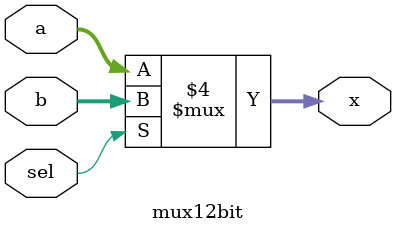
<source format=v>
`timescale 1ns / 1ps
module mux12bit(
    input [11:0] a,
    input [11:0] b,
    input sel,
    output reg [11:0] x
    );

always @*
if (~sel)
	x <= a;
else
	x <= b;
endmodule

</source>
